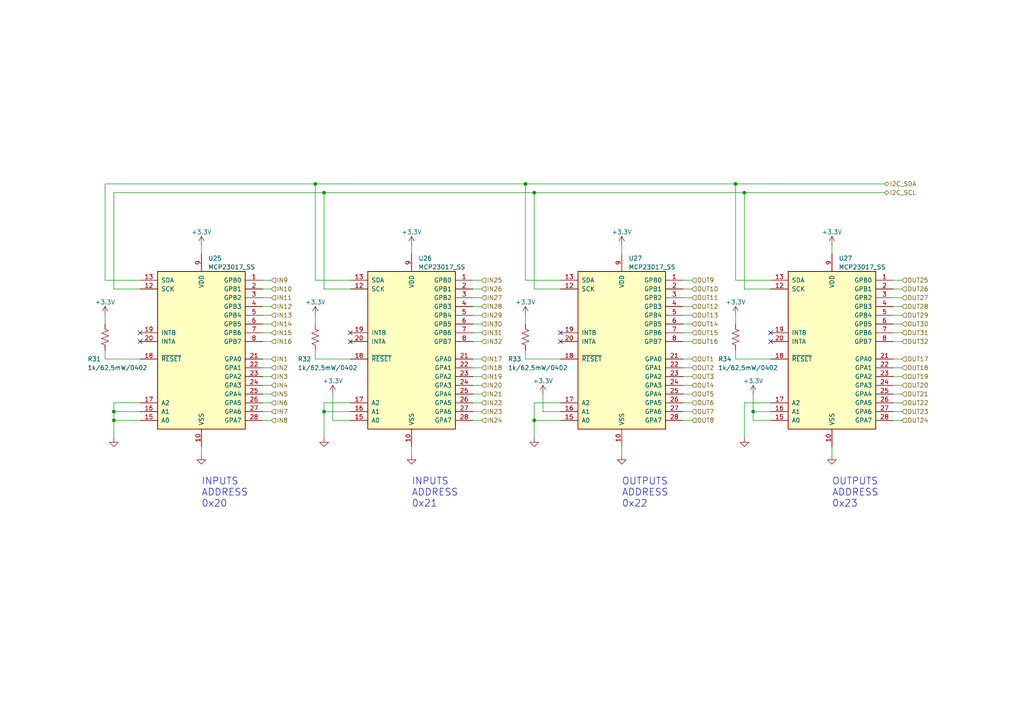
<source format=kicad_sch>
(kicad_sch (version 20230121) (generator eeschema)
  (paper "A4")
  (lib_symbols
    (symbol "Device:R_US" (pin_numbers hide) (pin_names (offset 0))
      (property "Reference" "R" (at 2.54 0 90))
      (property "Value" "R_US" (at -2.54 0 90))
      (symbol "R_US_0_1"
        (polyline (pts (xy 0 -2.286) (xy 0 -2.54)))
        (polyline (pts (xy 0 2.286) (xy 0 2.54)))
        (polyline (pts (xy 0 -0.762) (xy 1.016 -1.143) (xy 0 -1.524) (xy -1.016 -1.905) (xy 0 -2.286)))
        (polyline (pts (xy 0 0.762) (xy 1.016 0.381) (xy 0 0) (xy -1.016 -0.381) (xy 0 -0.762)))
        (polyline (pts (xy 0 2.286) (xy 1.016 1.905) (xy 0 1.524) (xy -1.016 1.143) (xy 0 0.762)))
      )
      (symbol "R_US_1_1"
        (pin passive line (at 0 3.81 270) (length 1.27) (name "~") (number "1"))
        (pin passive line (at 0 -3.81 90) (length 1.27) (name "~") (number "2"))
      )
    )
    (symbol "Interface_Expansion:MCP23017_SS" (pin_names (offset 1.016))
      (property "Reference" "U" (at -11.43 24.13 0))
      (property "Value" "MCP23017_SS" (at 0 0 0))
      (symbol "MCP23017_SS_0_1"
        (rectangle (start -12.7 22.86) (end 12.7 -22.86) (stroke (width 0.254)) (fill (type background)))
      )
      (symbol "MCP23017_SS_1_1"
        (pin bidirectional line (at 17.78 20.32 180) (length 5.08) (name "GPB0") (number "1"))
        (pin power_in line (at 0 -27.94 90) (length 5.08) (name "VSS") (number "10"))
        (pin no_connect line (at -12.7 15.24 0) (length 5.08) hide (name "NC") (number "11"))
        (pin input line (at -17.78 17.78 0) (length 5.08) (name "SCK") (number "12"))
        (pin bidirectional line (at -17.78 20.32 0) (length 5.08) (name "SDA") (number "13"))
        (pin no_connect line (at -12.7 12.7 0) (length 5.08) hide (name "NC") (number "14"))
        (pin input line (at -17.78 -20.32 0) (length 5.08) (name "A0") (number "15"))
        (pin input line (at -17.78 -17.78 0) (length 5.08) (name "A1") (number "16"))
        (pin input line (at -17.78 -15.24 0) (length 5.08) (name "A2") (number "17"))
        (pin input line (at -17.78 -2.54 0) (length 5.08) (name "~{RESET}") (number "18"))
        (pin tri_state line (at -17.78 5.08 0) (length 5.08) (name "INTB") (number "19"))
        (pin bidirectional line (at 17.78 17.78 180) (length 5.08) (name "GPB1") (number "2"))
        (pin tri_state line (at -17.78 2.54 0) (length 5.08) (name "INTA") (number "20"))
        (pin bidirectional line (at 17.78 -2.54 180) (length 5.08) (name "GPA0") (number "21"))
        (pin bidirectional line (at 17.78 -5.08 180) (length 5.08) (name "GPA1") (number "22"))
        (pin bidirectional line (at 17.78 -7.62 180) (length 5.08) (name "GPA2") (number "23"))
        (pin bidirectional line (at 17.78 -10.16 180) (length 5.08) (name "GPA3") (number "24"))
        (pin bidirectional line (at 17.78 -12.7 180) (length 5.08) (name "GPA4") (number "25"))
        (pin bidirectional line (at 17.78 -15.24 180) (length 5.08) (name "GPA5") (number "26"))
        (pin bidirectional line (at 17.78 -17.78 180) (length 5.08) (name "GPA6") (number "27"))
        (pin bidirectional line (at 17.78 -20.32 180) (length 5.08) (name "GPA7") (number "28"))
        (pin bidirectional line (at 17.78 15.24 180) (length 5.08) (name "GPB2") (number "3"))
        (pin bidirectional line (at 17.78 12.7 180) (length 5.08) (name "GPB3") (number "4"))
        (pin bidirectional line (at 17.78 10.16 180) (length 5.08) (name "GPB4") (number "5"))
        (pin bidirectional line (at 17.78 7.62 180) (length 5.08) (name "GPB5") (number "6"))
        (pin bidirectional line (at 17.78 5.08 180) (length 5.08) (name "GPB6") (number "7"))
        (pin bidirectional line (at 17.78 2.54 180) (length 5.08) (name "GPB7") (number "8"))
        (pin power_in line (at 0 27.94 270) (length 5.08) (name "VDD") (number "9"))
      )
    )
    (symbol "power:+3.3V" (power) (pin_names (offset 0))
      (property "Value" "+3.3V" (at 0 3.556 0))
      (symbol "+3.3V_0_1"
        (polyline (pts (xy -0.762 1.27) (xy 0 2.54)))
        (polyline (pts (xy 0 0) (xy 0 2.54)))
        (polyline (pts (xy 0 2.54) (xy 0.762 1.27)))
      )
      (symbol "+3.3V_1_1"
        (pin power_in line (at 0 0 90) (length 0) hide (name "+3.3V") (number "1"))
      )
    )
    (symbol "power:GND" (power) (pin_names (offset 0))
      (property "Value" "GND" (at 0 -3.81 0))
      (symbol "GND_0_1"
        (polyline (pts (xy 0 0) (xy 0 -1.27) (xy 1.27 -1.27) (xy 0 -2.54) (xy -1.27 -1.27) (xy 0 -1.27)))
      )
      (symbol "GND_1_1"
        (pin power_in line (at 0 0 270) (length 0) hide (name "GND") (number "1"))
      )
    )
  )
  (junction (at 215.9 55.88))
  (junction (at 93.98 119.38))
  (junction (at 154.94 55.88))
  (junction (at 33.02 119.38))
  (junction (at 93.98 55.88))
  (junction (at 91.44 53.34))
  (junction (at 213.36 53.34))
  (junction (at 154.94 121.92))
  (junction (at 33.02 121.92))
  (junction (at 152.4 53.34))
  (junction (at 218.44 119.38))
  (no_connect (at 162.56 96.52))
  (no_connect (at 40.64 96.52))
  (no_connect (at 101.6 96.52))
  (no_connect (at 223.52 99.06))
  (no_connect (at 223.52 96.52))
  (no_connect (at 40.64 99.06))
  (no_connect (at 162.56 99.06))
  (no_connect (at 101.6 99.06))
  (wire (pts (xy 223.52 81.28) (xy 213.36 81.28)))
  (wire (pts (xy 261.62 119.38) (xy 259.08 119.38)))
  (wire (pts (xy 33.02 83.82) (xy 33.02 55.88)))
  (wire (pts (xy 261.62 88.9) (xy 259.08 88.9)))
  (wire (pts (xy 213.36 53.34) (xy 256.54 53.34)))
  (wire (pts (xy 93.98 83.82) (xy 93.98 55.88)))
  (wire (pts (xy 78.74 96.52) (xy 76.2 96.52)))
  (wire (pts (xy 139.7 119.38) (xy 137.16 119.38)))
  (wire (pts (xy 139.7 106.68) (xy 137.16 106.68)))
  (wire (pts (xy 30.48 101.6) (xy 30.48 104.14)))
  (wire (pts (xy 91.44 53.34) (xy 152.4 53.34)))
  (wire (pts (xy 162.56 81.28) (xy 152.4 81.28)))
  (wire (pts (xy 261.62 106.68) (xy 259.08 106.68)))
  (wire (pts (xy 33.02 121.92) (xy 40.64 121.92)))
  (wire (pts (xy 78.74 116.84) (xy 76.2 116.84)))
  (wire (pts (xy 78.74 104.14) (xy 76.2 104.14)))
  (wire (pts (xy 33.02 127) (xy 33.02 121.92)))
  (wire (pts (xy 93.98 116.84) (xy 93.98 119.38)))
  (wire (pts (xy 139.7 93.98) (xy 137.16 93.98)))
  (wire (pts (xy 152.4 81.28) (xy 152.4 53.34)))
  (wire (pts (xy 139.7 121.92) (xy 137.16 121.92)))
  (wire (pts (xy 91.44 81.28) (xy 91.44 53.34)))
  (wire (pts (xy 139.7 99.06) (xy 137.16 99.06)))
  (wire (pts (xy 261.62 104.14) (xy 259.08 104.14)))
  (wire (pts (xy 162.56 83.82) (xy 154.94 83.82)))
  (wire (pts (xy 78.74 109.22) (xy 76.2 109.22)))
  (wire (pts (xy 78.74 111.76) (xy 76.2 111.76)))
  (wire (pts (xy 139.7 88.9) (xy 137.16 88.9)))
  (wire (pts (xy 223.52 83.82) (xy 215.9 83.82)))
  (wire (pts (xy 261.62 83.82) (xy 259.08 83.82)))
  (wire (pts (xy 218.44 119.38) (xy 223.52 119.38)))
  (wire (pts (xy 261.62 91.44) (xy 259.08 91.44)))
  (wire (pts (xy 223.52 116.84) (xy 215.9 116.84)))
  (wire (pts (xy 40.64 119.38) (xy 33.02 119.38)))
  (wire (pts (xy 78.74 121.92) (xy 76.2 121.92)))
  (wire (pts (xy 200.66 106.68) (xy 198.12 106.68)))
  (wire (pts (xy 154.94 55.88) (xy 215.9 55.88)))
  (wire (pts (xy 93.98 83.82) (xy 101.6 83.82)))
  (wire (pts (xy 58.42 129.54) (xy 58.42 132.08)))
  (wire (pts (xy 119.38 71.12) (xy 119.38 73.66)))
  (wire (pts (xy 78.74 119.38) (xy 76.2 119.38)))
  (wire (pts (xy 139.7 83.82) (xy 137.16 83.82)))
  (wire (pts (xy 152.4 104.14) (xy 162.56 104.14)))
  (wire (pts (xy 162.56 119.38) (xy 157.48 119.38)))
  (wire (pts (xy 33.02 119.38) (xy 33.02 121.92)))
  (wire (pts (xy 58.42 71.12) (xy 58.42 73.66)))
  (wire (pts (xy 78.74 106.68) (xy 76.2 106.68)))
  (wire (pts (xy 213.36 81.28) (xy 213.36 53.34)))
  (wire (pts (xy 101.6 121.92) (xy 96.52 121.92)))
  (wire (pts (xy 139.7 81.28) (xy 137.16 81.28)))
  (wire (pts (xy 200.66 114.3) (xy 198.12 114.3)))
  (wire (pts (xy 200.66 96.52) (xy 198.12 96.52)))
  (wire (pts (xy 101.6 116.84) (xy 93.98 116.84)))
  (wire (pts (xy 33.02 55.88) (xy 93.98 55.88)))
  (wire (pts (xy 261.62 116.84) (xy 259.08 116.84)))
  (wire (pts (xy 200.66 121.92) (xy 198.12 121.92)))
  (wire (pts (xy 218.44 119.38) (xy 218.44 114.3)))
  (wire (pts (xy 78.74 93.98) (xy 76.2 93.98)))
  (wire (pts (xy 91.44 104.14) (xy 101.6 104.14)))
  (wire (pts (xy 139.7 96.52) (xy 137.16 96.52)))
  (wire (pts (xy 139.7 91.44) (xy 137.16 91.44)))
  (wire (pts (xy 152.4 101.6) (xy 152.4 104.14)))
  (wire (pts (xy 200.66 88.9) (xy 198.12 88.9)))
  (wire (pts (xy 261.62 121.92) (xy 259.08 121.92)))
  (wire (pts (xy 261.62 111.76) (xy 259.08 111.76)))
  (wire (pts (xy 215.9 116.84) (xy 215.9 127)))
  (wire (pts (xy 261.62 114.3) (xy 259.08 114.3)))
  (wire (pts (xy 261.62 96.52) (xy 259.08 96.52)))
  (wire (pts (xy 139.7 111.76) (xy 137.16 111.76)))
  (wire (pts (xy 200.66 83.82) (xy 198.12 83.82)))
  (wire (pts (xy 154.94 127) (xy 154.94 121.92)))
  (wire (pts (xy 78.74 114.3) (xy 76.2 114.3)))
  (wire (pts (xy 200.66 109.22) (xy 198.12 109.22)))
  (wire (pts (xy 101.6 119.38) (xy 93.98 119.38)))
  (wire (pts (xy 93.98 119.38) (xy 93.98 127)))
  (wire (pts (xy 154.94 83.82) (xy 154.94 55.88)))
  (wire (pts (xy 139.7 114.3) (xy 137.16 114.3)))
  (wire (pts (xy 40.64 83.82) (xy 33.02 83.82)))
  (wire (pts (xy 154.94 121.92) (xy 162.56 121.92)))
  (wire (pts (xy 78.74 88.9) (xy 76.2 88.9)))
  (wire (pts (xy 218.44 121.92) (xy 223.52 121.92)))
  (wire (pts (xy 200.66 93.98) (xy 198.12 93.98)))
  (wire (pts (xy 157.48 119.38) (xy 157.48 114.3)))
  (wire (pts (xy 200.66 104.14) (xy 198.12 104.14)))
  (wire (pts (xy 180.34 71.12) (xy 180.34 73.66)))
  (wire (pts (xy 91.44 91.44) (xy 91.44 93.98)))
  (wire (pts (xy 213.36 104.14) (xy 223.52 104.14)))
  (wire (pts (xy 162.56 116.84) (xy 154.94 116.84)))
  (wire (pts (xy 215.9 55.88) (xy 256.54 55.88)))
  (wire (pts (xy 40.64 116.84) (xy 33.02 116.84)))
  (wire (pts (xy 30.48 91.44) (xy 30.48 93.98)))
  (wire (pts (xy 78.74 81.28) (xy 76.2 81.28)))
  (wire (pts (xy 218.44 121.92) (xy 218.44 119.38)))
  (wire (pts (xy 96.52 121.92) (xy 96.52 114.3)))
  (wire (pts (xy 78.74 91.44) (xy 76.2 91.44)))
  (wire (pts (xy 213.36 91.44) (xy 213.36 93.98)))
  (wire (pts (xy 30.48 104.14) (xy 40.64 104.14)))
  (wire (pts (xy 200.66 91.44) (xy 198.12 91.44)))
  (wire (pts (xy 119.38 129.54) (xy 119.38 132.08)))
  (wire (pts (xy 78.74 86.36) (xy 76.2 86.36)))
  (wire (pts (xy 91.44 81.28) (xy 101.6 81.28)))
  (wire (pts (xy 261.62 109.22) (xy 259.08 109.22)))
  (wire (pts (xy 93.98 55.88) (xy 154.94 55.88)))
  (wire (pts (xy 180.34 129.54) (xy 180.34 132.08)))
  (wire (pts (xy 261.62 99.06) (xy 259.08 99.06)))
  (wire (pts (xy 261.62 81.28) (xy 259.08 81.28)))
  (wire (pts (xy 154.94 116.84) (xy 154.94 121.92)))
  (wire (pts (xy 139.7 104.14) (xy 137.16 104.14)))
  (wire (pts (xy 139.7 109.22) (xy 137.16 109.22)))
  (wire (pts (xy 78.74 99.06) (xy 76.2 99.06)))
  (wire (pts (xy 261.62 86.36) (xy 259.08 86.36)))
  (wire (pts (xy 30.48 53.34) (xy 91.44 53.34)))
  (wire (pts (xy 241.3 129.54) (xy 241.3 132.08)))
  (wire (pts (xy 78.74 83.82) (xy 76.2 83.82)))
  (wire (pts (xy 91.44 101.6) (xy 91.44 104.14)))
  (wire (pts (xy 200.66 111.76) (xy 198.12 111.76)))
  (wire (pts (xy 152.4 91.44) (xy 152.4 93.98)))
  (wire (pts (xy 200.66 81.28) (xy 198.12 81.28)))
  (wire (pts (xy 152.4 53.34) (xy 213.36 53.34)))
  (wire (pts (xy 200.66 99.06) (xy 198.12 99.06)))
  (wire (pts (xy 139.7 116.84) (xy 137.16 116.84)))
  (wire (pts (xy 213.36 101.6) (xy 213.36 104.14)))
  (wire (pts (xy 200.66 86.36) (xy 198.12 86.36)))
  (wire (pts (xy 261.62 93.98) (xy 259.08 93.98)))
  (wire (pts (xy 200.66 119.38) (xy 198.12 119.38)))
  (wire (pts (xy 139.7 86.36) (xy 137.16 86.36)))
  (wire (pts (xy 241.3 71.12) (xy 241.3 73.66)))
  (wire (pts (xy 33.02 116.84) (xy 33.02 119.38)))
  (wire (pts (xy 30.48 81.28) (xy 30.48 53.34)))
  (wire (pts (xy 215.9 83.82) (xy 215.9 55.88)))
  (wire (pts (xy 200.66 116.84) (xy 198.12 116.84)))
  (wire (pts (xy 40.64 81.28) (xy 30.48 81.28)))
  (text "OUTPUTS\nADDRESS\n0x22" (at 180.34 147.32 0) (effects (font (size 2 2)) (justify left bottom)))
  (text "INPUTS\nADDRESS\n0x21" (at 119.38 147.32 0) (effects (font (size 2 2)) (justify left bottom)))
  (text "INPUTS\nADDRESS\n0x20" (at 58.42 147.32 0) (effects (font (size 2 2)) (justify left bottom)))
  (text "OUTPUTS\nADDRESS\n0x23" (at 241.3 147.32 0) (effects (font (size 2 2)) (justify left bottom)))
  (hierarchical_label "OUT20" (shape input) (at 261.62 111.76 0))
  (hierarchical_label "IN1" (shape input) (at 78.74 104.14 0))
  (hierarchical_label "I2C_SDA" (shape bidirectional) (at 256.54 53.34 0))
  (hierarchical_label "OUT8" (shape input) (at 200.66 121.92 0))
  (hierarchical_label "OUT14" (shape input) (at 200.66 93.98 0))
  (hierarchical_label "IN10" (shape input) (at 78.74 83.82 0))
  (hierarchical_label "OUT30" (shape input) (at 261.62 93.98 0))
  (hierarchical_label "OUT4" (shape input) (at 200.66 111.76 0))
  (hierarchical_label "OUT22" (shape input) (at 261.62 116.84 0))
  (hierarchical_label "OUT21" (shape input) (at 261.62 114.3 0))
  (hierarchical_label "IN26" (shape input) (at 139.7 83.82 0))
  (hierarchical_label "OUT13" (shape input) (at 200.66 91.44 0))
  (hierarchical_label "OUT23" (shape input) (at 261.62 119.38 0))
  (hierarchical_label "IN30" (shape input) (at 139.7 93.98 0))
  (hierarchical_label "OUT2" (shape input) (at 200.66 106.68 0))
  (hierarchical_label "OUT7" (shape input) (at 200.66 119.38 0))
  (hierarchical_label "IN25" (shape input) (at 139.7 81.28 0))
  (hierarchical_label "IN14" (shape input) (at 78.74 93.98 0))
  (hierarchical_label "OUT16" (shape input) (at 200.66 99.06 0))
  (hierarchical_label "IN5" (shape input) (at 78.74 114.3 0))
  (hierarchical_label "OUT1" (shape input) (at 200.66 104.14 0))
  (hierarchical_label "IN15" (shape input) (at 78.74 96.52 0))
  (hierarchical_label "OUT17" (shape input) (at 261.62 104.14 0))
  (hierarchical_label "IN32" (shape input) (at 139.7 99.06 0))
  (hierarchical_label "IN2" (shape input) (at 78.74 106.68 0))
  (hierarchical_label "OUT27" (shape input) (at 261.62 86.36 0))
  (hierarchical_label "IN27" (shape input) (at 139.7 86.36 0))
  (hierarchical_label "OUT12" (shape input) (at 200.66 88.9 0))
  (hierarchical_label "IN3" (shape input) (at 78.74 109.22 0))
  (hierarchical_label "OUT24" (shape input) (at 261.62 121.92 0))
  (hierarchical_label "OUT32" (shape input) (at 261.62 99.06 0))
  (hierarchical_label "IN11" (shape input) (at 78.74 86.36 0))
  (hierarchical_label "IN21" (shape input) (at 139.7 114.3 0))
  (hierarchical_label "IN31" (shape input) (at 139.7 96.52 0))
  (hierarchical_label "IN16" (shape input) (at 78.74 99.06 0))
  (hierarchical_label "I2C_SCL" (shape bidirectional) (at 256.54 55.88 0))
  (hierarchical_label "IN8" (shape input) (at 78.74 121.92 0))
  (hierarchical_label "IN24" (shape input) (at 139.7 121.92 0))
  (hierarchical_label "OUT25" (shape input) (at 261.62 81.28 0))
  (hierarchical_label "IN22" (shape input) (at 139.7 116.84 0))
  (hierarchical_label "IN17" (shape input) (at 139.7 104.14 0))
  (hierarchical_label "OUT6" (shape input) (at 200.66 116.84 0))
  (hierarchical_label "OUT15" (shape input) (at 200.66 96.52 0))
  (hierarchical_label "IN4" (shape input) (at 78.74 111.76 0))
  (hierarchical_label "IN13" (shape input) (at 78.74 91.44 0))
  (hierarchical_label "IN20" (shape input) (at 139.7 111.76 0))
  (hierarchical_label "OUT11" (shape input) (at 200.66 86.36 0))
  (hierarchical_label "OUT28" (shape input) (at 261.62 88.9 0))
  (hierarchical_label "IN28" (shape input) (at 139.7 88.9 0))
  (hierarchical_label "OUT9" (shape input) (at 200.66 81.28 0))
  (hierarchical_label "OUT26" (shape input) (at 261.62 83.82 0))
  (hierarchical_label "IN6" (shape input) (at 78.74 116.84 0))
  (hierarchical_label "IN18" (shape input) (at 139.7 106.68 0))
  (hierarchical_label "OUT18" (shape input) (at 261.62 106.68 0))
  (hierarchical_label "IN19" (shape input) (at 139.7 109.22 0))
  (hierarchical_label "IN7" (shape input) (at 78.74 119.38 0))
  (hierarchical_label "OUT5" (shape input) (at 200.66 114.3 0))
  (hierarchical_label "OUT3" (shape input) (at 200.66 109.22 0))
  (hierarchical_label "IN29" (shape input) (at 139.7 91.44 0))
  (hierarchical_label "IN12" (shape input) (at 78.74 88.9 0))
  (hierarchical_label "IN23" (shape input) (at 139.7 119.38 0))
  (hierarchical_label "OUT29" (shape input) (at 261.62 91.44 0))
  (hierarchical_label "OUT19" (shape input) (at 261.62 109.22 0))
  (hierarchical_label "OUT10" (shape input) (at 200.66 83.82 0))
  (hierarchical_label "IN9" (shape input) (at 78.74 81.28 0))
  (hierarchical_label "OUT31" (shape input) (at 261.62 96.52 0))
  (symbol (lib_id "power:GND") (at 241.3 132.08 0) (unit 1)
    (property "Reference" "#PWR0152" (effects hide))
    (property "Value" "GNDREF" (effects hide))
    (instances (project "ESP-24v-32ch-V1" (path "" (reference "#PWR0152") (unit 1)) (path "" (reference "#PWR082") (unit 1))))
  )
  (symbol (lib_id "Interface_Expansion:MCP23017_SS") (at 58.42 101.6 0) (unit 1)
    (property "Reference" "U25" (at 60.3759 74.93 0) (effects (justify left)))
    (property "Value" "MCP23017_SS" (at 60.3759 77.47 0) (effects (justify left)))
    (property "Footprint" "Tales:SSOP-28_5.3x10.2mm_P0.65mm" (effects hide))
    (property "JLCPCB BOM" "1" (effects hide))
    (property "Case" "SSOP-28-5.3" (effects hide))
    (property "LCSC Part #" "C558584" (effects hide))
    (property "Mfr" "Microchip" (effects hide))
    (property "Mfr PN" "MCP23017T-E/SS" (effects hide))
    (property "Vendor" "JLCPCB" (effects hide))
    (property "Vendor PN" "C558584" (effects hide))
    (instances (project "ESP-24v-32ch-V1" (path "" (reference "U25") (unit 1)) (path "" (reference "U6") (unit 1))))
  )
  (symbol (lib_id "power:GND") (at 154.94 127 0) (unit 1)
    (property "Reference" "#PWR0156" (effects hide))
    (property "Value" "GNDREF" (effects hide))
    (instances (project "ESP-24v-32ch-V1" (path "" (reference "#PWR0156") (unit 1)) (path "" (reference "#PWR074") (unit 1))))
  )
  (symbol (lib_id "Interface_Expansion:MCP23017_SS") (at 119.38 101.6 0) (unit 1)
    (property "Reference" "U26" (at 121.3359 74.93 0) (effects (justify left)))
    (property "Value" "MCP23017_SS" (at 121.3359 77.47 0) (effects (justify left)))
    (property "Footprint" "Tales:SSOP-28_5.3x10.2mm_P0.65mm" (effects hide))
    (property "JLCPCB BOM" "1" (effects hide))
    (property "Case" "SSOP-28-5.3" (effects hide))
    (property "LCSC Part #" "C558584" (effects hide))
    (property "Mfr" "Microchip" (effects hide))
    (property "Mfr PN" "MCP23017T-E/SS" (effects hide))
    (property "Vendor" "JLCPCB" (effects hide))
    (property "Vendor PN" "C558584" (effects hide))
    (instances (project "ESP-24v-32ch-V1" (path "" (reference "U26") (unit 1)) (path "" (reference "U7") (unit 1))))
  )
  (symbol (lib_id "power:GND") (at 93.98 127 0) (unit 1)
    (property "Reference" "#PWR0156" (effects hide))
    (property "Value" "GNDREF" (effects hide))
    (instances (project "ESP-24v-32ch-V1" (path "" (reference "#PWR0156") (unit 1)) (path "" (reference "#PWR069") (unit 1))))
  )
  (symbol (lib_id "power:+3.3V") (at 180.34 71.12 0) (unit 1)
    (property "Reference" "#PWR0157" (effects hide))
    (property "Value" "+3.3V" (at 180.34 67.31 0))
    (instances (project "ESP-24v-32ch-V1" (path "" (reference "#PWR0157") (unit 1)) (path "" (reference "#PWR076") (unit 1))))
  )
  (symbol (lib_id "power:GND") (at 119.38 132.08 0) (unit 1)
    (property "Reference" "#PWR0149" (effects hide))
    (property "Value" "GNDREF" (effects hide))
    (instances (project "ESP-24v-32ch-V1" (path "" (reference "#PWR0149") (unit 1)) (path "" (reference "#PWR072") (unit 1))))
  )
  (symbol (lib_id "power:+3.3V") (at 96.52 114.3 0) (unit 1)
    (property "Reference" "#PWR0165" (effects hide))
    (property "Value" "+3.3V" (at 96.52 110.49 0))
    (instances (project "ESP-24v-32ch-V1" (path "" (reference "#PWR0165") (unit 1)) (path "" (reference "#PWR070") (unit 1))))
  )
  (symbol (lib_id "Device:R_US") (at 213.36 97.79 0) (unit 1)
    (property "Reference" "R34" (at 208.28 104.14 0) (effects (justify left)))
    (property "Value" "1k/62,5mW/0402" (at 208.28 106.68 0) (effects (justify left)))
    (property "Footprint" "Tales:R_0402_1005Metric" (effects hide))
    (property "Case" "0402/1005" (effects hide))
    (property "LCSC Part #" "C11702" (effects hide))
    (property "Mfr" "Uniroyal" (effects hide))
    (property "Mfr PN" "0402WGF1001TCE" (effects hide))
    (property "Vendor" "JLCPCB" (effects hide))
    (property "Vendor PN" "C11702" (effects hide))
    (property "JLCPCB BOM" "1" (effects hide))
  )
  (symbol (lib_id "Device:R_US") (at 91.44 97.79 0) (unit 1)
    (property "Reference" "R32" (at 86.36 104.14 0) (effects (justify left)))
    (property "Value" "1k/62,5mW/0402" (at 86.36 106.68 0) (effects (justify left)))
    (property "Footprint" "Tales:R_0402_1005Metric" (effects hide))
    (property "Case" "0402/1005" (effects hide))
    (property "LCSC Part #" "C11702" (effects hide))
    (property "Mfr" "Uniroyal" (effects hide))
    (property "Mfr PN" "0402WGF1001TCE" (effects hide))
    (property "Vendor" "JLCPCB" (effects hide))
    (property "Vendor PN" "C11702" (effects hide))
    (property "JLCPCB BOM" "1" (effects hide))
  )
  (symbol (lib_id "Device:R_US") (at 30.48 97.79 0) (unit 1)
    (property "Reference" "R31" (at 25.4 104.14 0) (effects (justify left)))
    (property "Value" "1k/62,5mW/0402" (at 25.4 106.68 0) (effects (justify left)))
    (property "Footprint" "Tales:R_0402_1005Metric" (effects hide))
    (property "Case" "0402/1005" (effects hide))
    (property "LCSC Part #" "C11702" (effects hide))
    (property "Mfr" "Uniroyal" (effects hide))
    (property "Mfr PN" "0402WGF1001TCE" (effects hide))
    (property "Vendor" "JLCPCB" (effects hide))
    (property "Vendor PN" "C11702" (effects hide))
    (property "JLCPCB BOM" "1" (effects hide))
  )
  (symbol (lib_id "power:GND") (at 33.02 127 0) (unit 1)
    (property "Reference" "#PWR0156" (effects hide))
    (property "Value" "GNDREF" (effects hide))
    (instances (project "ESP-24v-32ch-V1" (path "" (reference "#PWR0156") (unit 1)) (path "" (reference "#PWR065") (unit 1))))
  )
  (symbol (lib_id "power:+3.3V") (at 218.44 114.3 0) (unit 1)
    (property "Reference" "#PWR0165" (effects hide))
    (property "Value" "+3.3V" (at 218.44 110.49 0))
    (instances (project "ESP-24v-32ch-V1" (path "" (reference "#PWR0165") (unit 1)) (path "" (reference "#PWR080") (unit 1))))
  )
  (symbol (lib_id "power:+3.3V") (at 152.4 91.44 0) (unit 1)
    (property "Reference" "#PWR0162" (effects hide))
    (property "Value" "+3.3V" (at 152.4 87.63 0))
    (instances (project "ESP-24v-32ch-V1" (path "" (reference "#PWR0162") (unit 1)) (path "" (reference "#PWR073") (unit 1))))
  )
  (symbol (lib_id "power:+3.3V") (at 119.38 71.12 0) (unit 1)
    (property "Reference" "#PWR0151" (effects hide))
    (property "Value" "+3.3V" (at 119.38 67.31 0))
    (instances (project "ESP-24v-32ch-V1" (path "" (reference "#PWR0151") (unit 1)) (path "" (reference "#PWR071") (unit 1))))
  )
  (symbol (lib_id "Interface_Expansion:MCP23017_SS") (at 180.34 101.6 0) (unit 1)
    (property "Reference" "U27" (at 182.2959 74.93 0) (effects (justify left)))
    (property "Value" "MCP23017_SS" (at 182.2959 77.47 0) (effects (justify left)))
    (property "Footprint" "Tales:SSOP-28_5.3x10.2mm_P0.65mm" (effects hide))
    (property "JLCPCB BOM" "1" (effects hide))
    (property "Case" "SSOP-28-5.3" (effects hide))
    (property "LCSC Part #" "C558584" (effects hide))
    (property "Mfr" "Microchip" (effects hide))
    (property "Mfr PN" "MCP23017T-E/SS" (effects hide))
    (property "Vendor" "JLCPCB" (effects hide))
    (property "Vendor PN" "C558584" (effects hide))
    (instances (project "ESP-24v-32ch-V1" (path "" (reference "U27") (unit 1)) (path "" (reference "U8") (unit 1))))
  )
  (symbol (lib_id "power:+3.3V") (at 157.48 114.3 0) (unit 1)
    (property "Reference" "#PWR0165" (effects hide))
    (property "Value" "+3.3V" (at 157.48 110.49 0))
    (instances (project "ESP-24v-32ch-V1" (path "" (reference "#PWR0165") (unit 1)) (path "" (reference "#PWR075") (unit 1))))
  )
  (symbol (lib_id "power:+3.3V") (at 30.48 91.44 0) (unit 1)
    (property "Reference" "#PWR0162" (effects hide))
    (property "Value" "+3.3V" (at 30.48 87.63 0))
    (instances (project "ESP-24v-32ch-V1" (path "" (reference "#PWR0162") (unit 1)) (path "" (reference "#PWR064") (unit 1))))
  )
  (symbol (lib_id "power:GND") (at 58.42 132.08 0) (unit 1)
    (property "Reference" "#PWR0156" (effects hide))
    (property "Value" "GNDREF" (effects hide))
    (instances (project "ESP-24v-32ch-V1" (path "" (reference "#PWR0156") (unit 1)) (path "" (reference "#PWR067") (unit 1))))
  )
  (symbol (lib_id "Interface_Expansion:MCP23017_SS") (at 241.3 101.6 0) (unit 1)
    (property "Reference" "U27" (at 243.2559 74.93 0) (effects (justify left)))
    (property "Value" "MCP23017_SS" (at 243.2559 77.47 0) (effects (justify left)))
    (property "Footprint" "Tales:SSOP-28_5.3x10.2mm_P0.65mm" (effects hide))
    (property "JLCPCB BOM" "1" (effects hide))
    (property "Case" "SSOP-28-5.3" (effects hide))
    (property "LCSC Part #" "C558584" (effects hide))
    (property "Mfr" "Microchip" (effects hide))
    (property "Mfr PN" "MCP23017T-E/SS" (effects hide))
    (property "Vendor" "JLCPCB" (effects hide))
    (property "Vendor PN" "C558584" (effects hide))
    (instances (project "ESP-24v-32ch-V1" (path "" (reference "U27") (unit 1)) (path "" (reference "U9") (unit 1))))
  )
  (symbol (lib_id "power:GND") (at 180.34 132.08 0) (unit 1)
    (property "Reference" "#PWR0161" (effects hide))
    (property "Value" "GNDREF" (effects hide))
    (instances (project "ESP-24v-32ch-V1" (path "" (reference "#PWR0161") (unit 1)) (path "" (reference "#PWR077") (unit 1))))
  )
  (symbol (lib_id "Device:R_US") (at 152.4 97.79 0) (unit 1)
    (property "Reference" "R33" (at 147.32 104.14 0) (effects (justify left)))
    (property "Value" "1k/62,5mW/0402" (at 147.32 106.68 0) (effects (justify left)))
    (property "Footprint" "Tales:R_0402_1005Metric" (effects hide))
    (property "Case" "0402/1005" (effects hide))
    (property "LCSC Part #" "C11702" (effects hide))
    (property "Mfr" "Uniroyal" (effects hide))
    (property "Mfr PN" "0402WGF1001TCE" (effects hide))
    (property "Vendor" "JLCPCB" (effects hide))
    (property "Vendor PN" "C11702" (effects hide))
    (property "JLCPCB BOM" "1" (effects hide))
  )
  (symbol (lib_id "power:+3.3V") (at 213.36 91.44 0) (unit 1)
    (property "Reference" "#PWR0162" (effects hide))
    (property "Value" "+3.3V" (at 213.36 87.63 0))
    (instances (project "ESP-24v-32ch-V1" (path "" (reference "#PWR0162") (unit 1)) (path "" (reference "#PWR078") (unit 1))))
  )
  (symbol (lib_id "power:+3.3V") (at 58.42 71.12 0) (unit 1)
    (property "Reference" "#PWR0162" (effects hide))
    (property "Value" "+3.3V" (at 58.42 67.31 0))
    (instances (project "ESP-24v-32ch-V1" (path "" (reference "#PWR0162") (unit 1)) (path "" (reference "#PWR066") (unit 1))))
  )
  (symbol (lib_id "power:+3.3V") (at 91.44 91.44 0) (unit 1)
    (property "Reference" "#PWR0162" (effects hide))
    (property "Value" "+3.3V" (at 91.44 87.63 0))
    (instances (project "ESP-24v-32ch-V1" (path "" (reference "#PWR0162") (unit 1)) (path "" (reference "#PWR068") (unit 1))))
  )
  (symbol (lib_id "power:GND") (at 215.9 127 0) (unit 1)
    (property "Reference" "#PWR0156" (effects hide))
    (property "Value" "GNDREF" (effects hide))
    (instances (project "ESP-24v-32ch-V1" (path "" (reference "#PWR0156") (unit 1)) (path "" (reference "#PWR079") (unit 1))))
  )
  (symbol (lib_id "power:+3.3V") (at 241.3 71.12 0) (unit 1)
    (property "Reference" "#PWR0158" (effects hide))
    (property "Value" "+3.3V" (at 241.3 67.31 0))
    (instances (project "ESP-24v-32ch-V1" (path "" (reference "#PWR0158") (unit 1)) (path "" (reference "#PWR081") (unit 1))))
  )
)
</source>
